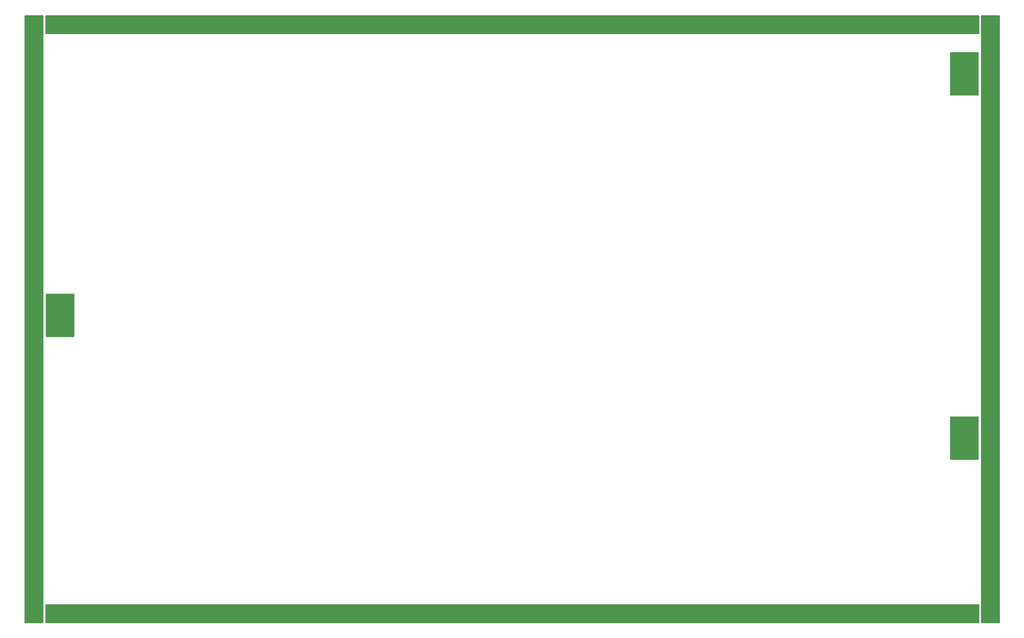
<source format=gbs>
G75*
G70*
%OFA0B0*%
%FSLAX24Y24*%
%IPPOS*%
%LPD*%
%AMOC8*
5,1,8,0,0,1.08239X$1,22.5*
%
%ADD10C,0.0100*%
D10*
X001393Y000318D02*
X002854Y000318D01*
X002854Y050707D01*
X001393Y050707D01*
X001393Y000318D01*
X001393Y000347D02*
X002854Y000347D01*
X002854Y000446D02*
X001393Y000446D01*
X001393Y000544D02*
X002854Y000544D01*
X002854Y000643D02*
X001393Y000643D01*
X001393Y000741D02*
X002854Y000741D01*
X002854Y000840D02*
X001393Y000840D01*
X001393Y000938D02*
X002854Y000938D01*
X002854Y001037D02*
X001393Y001037D01*
X001393Y001135D02*
X002854Y001135D01*
X002854Y001234D02*
X001393Y001234D01*
X001393Y001332D02*
X002854Y001332D01*
X002854Y001431D02*
X001393Y001431D01*
X001393Y001529D02*
X002854Y001529D01*
X002854Y001628D02*
X001393Y001628D01*
X001393Y001726D02*
X002854Y001726D01*
X002854Y001825D02*
X001393Y001825D01*
X001393Y001923D02*
X002854Y001923D01*
X002854Y002022D02*
X001393Y002022D01*
X001393Y002120D02*
X002854Y002120D01*
X002854Y002219D02*
X001393Y002219D01*
X001393Y002317D02*
X002854Y002317D01*
X002854Y002416D02*
X001393Y002416D01*
X001393Y002514D02*
X002854Y002514D01*
X002854Y002613D02*
X001393Y002613D01*
X001393Y002711D02*
X002854Y002711D01*
X002854Y002810D02*
X001393Y002810D01*
X001393Y002908D02*
X002854Y002908D01*
X002854Y003007D02*
X001393Y003007D01*
X001393Y003105D02*
X002854Y003105D01*
X002854Y003204D02*
X001393Y003204D01*
X001393Y003302D02*
X002854Y003302D01*
X002854Y003401D02*
X001393Y003401D01*
X001393Y003499D02*
X002854Y003499D01*
X002854Y003598D02*
X001393Y003598D01*
X001393Y003696D02*
X002854Y003696D01*
X002854Y003795D02*
X001393Y003795D01*
X001393Y003893D02*
X002854Y003893D01*
X002854Y003992D02*
X001393Y003992D01*
X001393Y004090D02*
X002854Y004090D01*
X002854Y004189D02*
X001393Y004189D01*
X001393Y004287D02*
X002854Y004287D01*
X002854Y004386D02*
X001393Y004386D01*
X001393Y004484D02*
X002854Y004484D01*
X002854Y004583D02*
X001393Y004583D01*
X001393Y004681D02*
X002854Y004681D01*
X002854Y004780D02*
X001393Y004780D01*
X001393Y004878D02*
X002854Y004878D01*
X002854Y004977D02*
X001393Y004977D01*
X001393Y005075D02*
X002854Y005075D01*
X002854Y005174D02*
X001393Y005174D01*
X001393Y005272D02*
X002854Y005272D01*
X002854Y005371D02*
X001393Y005371D01*
X001393Y005469D02*
X002854Y005469D01*
X002854Y005568D02*
X001393Y005568D01*
X001393Y005666D02*
X002854Y005666D01*
X002854Y005765D02*
X001393Y005765D01*
X001393Y005863D02*
X002854Y005863D01*
X002854Y005962D02*
X001393Y005962D01*
X001393Y006060D02*
X002854Y006060D01*
X002854Y006159D02*
X001393Y006159D01*
X001393Y006257D02*
X002854Y006257D01*
X002854Y006356D02*
X001393Y006356D01*
X001393Y006454D02*
X002854Y006454D01*
X002854Y006553D02*
X001393Y006553D01*
X001393Y006651D02*
X002854Y006651D01*
X002854Y006750D02*
X001393Y006750D01*
X001393Y006848D02*
X002854Y006848D01*
X002854Y006947D02*
X001393Y006947D01*
X001393Y007045D02*
X002854Y007045D01*
X002854Y007144D02*
X001393Y007144D01*
X001393Y007242D02*
X002854Y007242D01*
X002854Y007341D02*
X001393Y007341D01*
X001393Y007439D02*
X002854Y007439D01*
X002854Y007538D02*
X001393Y007538D01*
X001393Y007636D02*
X002854Y007636D01*
X002854Y007735D02*
X001393Y007735D01*
X001393Y007833D02*
X002854Y007833D01*
X002854Y007932D02*
X001393Y007932D01*
X001393Y008030D02*
X002854Y008030D01*
X002854Y008129D02*
X001393Y008129D01*
X001393Y008227D02*
X002854Y008227D01*
X002854Y008326D02*
X001393Y008326D01*
X001393Y008424D02*
X002854Y008424D01*
X002854Y008523D02*
X001393Y008523D01*
X001393Y008621D02*
X002854Y008621D01*
X002854Y008720D02*
X001393Y008720D01*
X001393Y008818D02*
X002854Y008818D01*
X002854Y008917D02*
X001393Y008917D01*
X001393Y009015D02*
X002854Y009015D01*
X002854Y009114D02*
X001393Y009114D01*
X001393Y009212D02*
X002854Y009212D01*
X002854Y009311D02*
X001393Y009311D01*
X001393Y009409D02*
X002854Y009409D01*
X002854Y009508D02*
X001393Y009508D01*
X001393Y009606D02*
X002854Y009606D01*
X002854Y009705D02*
X001393Y009705D01*
X001393Y009803D02*
X002854Y009803D01*
X002854Y009902D02*
X001393Y009902D01*
X001393Y010000D02*
X002854Y010000D01*
X002854Y010099D02*
X001393Y010099D01*
X001393Y010197D02*
X002854Y010197D01*
X002854Y010296D02*
X001393Y010296D01*
X001393Y010394D02*
X002854Y010394D01*
X002854Y010493D02*
X001393Y010493D01*
X001393Y010591D02*
X002854Y010591D01*
X002854Y010690D02*
X001393Y010690D01*
X001393Y010788D02*
X002854Y010788D01*
X002854Y010887D02*
X001393Y010887D01*
X001393Y010985D02*
X002854Y010985D01*
X002854Y011084D02*
X001393Y011084D01*
X001393Y011182D02*
X002854Y011182D01*
X002854Y011281D02*
X001393Y011281D01*
X001393Y011379D02*
X002854Y011379D01*
X002854Y011478D02*
X001393Y011478D01*
X001393Y011576D02*
X002854Y011576D01*
X002854Y011675D02*
X001393Y011675D01*
X001393Y011773D02*
X002854Y011773D01*
X002854Y011872D02*
X001393Y011872D01*
X001393Y011970D02*
X002854Y011970D01*
X002854Y012069D02*
X001393Y012069D01*
X001393Y012167D02*
X002854Y012167D01*
X002854Y012266D02*
X001393Y012266D01*
X001393Y012364D02*
X002854Y012364D01*
X002854Y012463D02*
X001393Y012463D01*
X001393Y012561D02*
X002854Y012561D01*
X002854Y012660D02*
X001393Y012660D01*
X001393Y012758D02*
X002854Y012758D01*
X002854Y012857D02*
X001393Y012857D01*
X001393Y012955D02*
X002854Y012955D01*
X002854Y013054D02*
X001393Y013054D01*
X001393Y013152D02*
X002854Y013152D01*
X002854Y013251D02*
X001393Y013251D01*
X001393Y013349D02*
X002854Y013349D01*
X002854Y013448D02*
X001393Y013448D01*
X001393Y013546D02*
X002854Y013546D01*
X002854Y013645D02*
X001393Y013645D01*
X001393Y013743D02*
X002854Y013743D01*
X002854Y013842D02*
X001393Y013842D01*
X001393Y013940D02*
X002854Y013940D01*
X002854Y014039D02*
X001393Y014039D01*
X001393Y014137D02*
X002854Y014137D01*
X002854Y014236D02*
X001393Y014236D01*
X001393Y014334D02*
X002854Y014334D01*
X002854Y014433D02*
X001393Y014433D01*
X001393Y014531D02*
X002854Y014531D01*
X002854Y014630D02*
X001393Y014630D01*
X001393Y014728D02*
X002854Y014728D01*
X002854Y014827D02*
X001393Y014827D01*
X001393Y014925D02*
X002854Y014925D01*
X002854Y015024D02*
X001393Y015024D01*
X001393Y015122D02*
X002854Y015122D01*
X002854Y015221D02*
X001393Y015221D01*
X001393Y015319D02*
X002854Y015319D01*
X002854Y015418D02*
X001393Y015418D01*
X001393Y015516D02*
X002854Y015516D01*
X002854Y015615D02*
X001393Y015615D01*
X001393Y015713D02*
X002854Y015713D01*
X002854Y015812D02*
X001393Y015812D01*
X001393Y015910D02*
X002854Y015910D01*
X002854Y016009D02*
X001393Y016009D01*
X001393Y016107D02*
X002854Y016107D01*
X002854Y016206D02*
X001393Y016206D01*
X001393Y016304D02*
X002854Y016304D01*
X002854Y016403D02*
X001393Y016403D01*
X001393Y016501D02*
X002854Y016501D01*
X002854Y016600D02*
X001393Y016600D01*
X001393Y016698D02*
X002854Y016698D01*
X002854Y016797D02*
X001393Y016797D01*
X001393Y016895D02*
X002854Y016895D01*
X002854Y016994D02*
X001393Y016994D01*
X001393Y017092D02*
X002854Y017092D01*
X002854Y017191D02*
X001393Y017191D01*
X001393Y017289D02*
X002854Y017289D01*
X002854Y017388D02*
X001393Y017388D01*
X001393Y017486D02*
X002854Y017486D01*
X002854Y017585D02*
X001393Y017585D01*
X001393Y017683D02*
X002854Y017683D01*
X002854Y017782D02*
X001393Y017782D01*
X001393Y017880D02*
X002854Y017880D01*
X002854Y017979D02*
X001393Y017979D01*
X001393Y018077D02*
X002854Y018077D01*
X002854Y018176D02*
X001393Y018176D01*
X001393Y018274D02*
X002854Y018274D01*
X002854Y018373D02*
X001393Y018373D01*
X001393Y018471D02*
X002854Y018471D01*
X002854Y018570D02*
X001393Y018570D01*
X001393Y018668D02*
X002854Y018668D01*
X002854Y018767D02*
X001393Y018767D01*
X001393Y018865D02*
X002854Y018865D01*
X002854Y018964D02*
X001393Y018964D01*
X001393Y019062D02*
X002854Y019062D01*
X002854Y019161D02*
X001393Y019161D01*
X001393Y019259D02*
X002854Y019259D01*
X002854Y019358D02*
X001393Y019358D01*
X001393Y019456D02*
X002854Y019456D01*
X002854Y019555D02*
X001393Y019555D01*
X001393Y019653D02*
X002854Y019653D01*
X002854Y019752D02*
X001393Y019752D01*
X001393Y019850D02*
X002854Y019850D01*
X002854Y019949D02*
X001393Y019949D01*
X001393Y020047D02*
X002854Y020047D01*
X002854Y020146D02*
X001393Y020146D01*
X001393Y020244D02*
X002854Y020244D01*
X002854Y020343D02*
X001393Y020343D01*
X001393Y020441D02*
X002854Y020441D01*
X002854Y020540D02*
X001393Y020540D01*
X001393Y020638D02*
X002854Y020638D01*
X002854Y020737D02*
X001393Y020737D01*
X001393Y020835D02*
X002854Y020835D01*
X002854Y020934D02*
X001393Y020934D01*
X001393Y021032D02*
X002854Y021032D01*
X002854Y021131D02*
X001393Y021131D01*
X001393Y021229D02*
X002854Y021229D01*
X002854Y021328D02*
X001393Y021328D01*
X001393Y021426D02*
X002854Y021426D01*
X002854Y021525D02*
X001393Y021525D01*
X001393Y021623D02*
X002854Y021623D01*
X002854Y021722D02*
X001393Y021722D01*
X001393Y021820D02*
X002854Y021820D01*
X002854Y021919D02*
X001393Y021919D01*
X001393Y022017D02*
X002854Y022017D01*
X002854Y022116D02*
X001393Y022116D01*
X001393Y022214D02*
X002854Y022214D01*
X002854Y022313D02*
X001393Y022313D01*
X001393Y022411D02*
X002854Y022411D01*
X002854Y022510D02*
X001393Y022510D01*
X001393Y022608D02*
X002854Y022608D01*
X002854Y022707D02*
X001393Y022707D01*
X001393Y022805D02*
X002854Y022805D01*
X002854Y022904D02*
X001393Y022904D01*
X001393Y023002D02*
X002854Y023002D01*
X002854Y023101D02*
X001393Y023101D01*
X001393Y023199D02*
X002854Y023199D01*
X002854Y023298D02*
X001393Y023298D01*
X001393Y023396D02*
X002854Y023396D01*
X002854Y023495D02*
X001393Y023495D01*
X001393Y023593D02*
X002854Y023593D01*
X002854Y023692D02*
X001393Y023692D01*
X001393Y023790D02*
X002854Y023790D01*
X002854Y023889D02*
X001393Y023889D01*
X001393Y023987D02*
X002854Y023987D01*
X002854Y024086D02*
X001393Y024086D01*
X001393Y024184D02*
X002854Y024184D01*
X002854Y024283D02*
X001393Y024283D01*
X001393Y024381D02*
X002854Y024381D01*
X002854Y024480D02*
X001393Y024480D01*
X001393Y024578D02*
X002854Y024578D01*
X002854Y024677D02*
X001393Y024677D01*
X001393Y024775D02*
X002854Y024775D01*
X002854Y024874D02*
X001393Y024874D01*
X001393Y024972D02*
X002854Y024972D01*
X002854Y025071D02*
X001393Y025071D01*
X001393Y025169D02*
X002854Y025169D01*
X002854Y025268D02*
X001393Y025268D01*
X001393Y025366D02*
X002854Y025366D01*
X002854Y025465D02*
X001393Y025465D01*
X001393Y025563D02*
X002854Y025563D01*
X002854Y025662D02*
X001393Y025662D01*
X001393Y025760D02*
X002854Y025760D01*
X002854Y025859D02*
X001393Y025859D01*
X001393Y025957D02*
X002854Y025957D01*
X002854Y026056D02*
X001393Y026056D01*
X001393Y026154D02*
X002854Y026154D01*
X002854Y026253D02*
X001393Y026253D01*
X001393Y026351D02*
X002854Y026351D01*
X002854Y026450D02*
X001393Y026450D01*
X001393Y026548D02*
X002854Y026548D01*
X002854Y026647D02*
X001393Y026647D01*
X001393Y026745D02*
X002854Y026745D01*
X002854Y026844D02*
X001393Y026844D01*
X001393Y026942D02*
X002854Y026942D01*
X002854Y027041D02*
X001393Y027041D01*
X001393Y027139D02*
X002854Y027139D01*
X002854Y027238D02*
X001393Y027238D01*
X001393Y027336D02*
X002854Y027336D01*
X002854Y027435D02*
X001393Y027435D01*
X001393Y027533D02*
X002854Y027533D01*
X002854Y027632D02*
X001393Y027632D01*
X001393Y027730D02*
X002854Y027730D01*
X002854Y027829D02*
X001393Y027829D01*
X001393Y027927D02*
X002854Y027927D01*
X002854Y028026D02*
X001393Y028026D01*
X001393Y028124D02*
X002854Y028124D01*
X002854Y028223D02*
X001393Y028223D01*
X001393Y028321D02*
X002854Y028321D01*
X002854Y028420D02*
X001393Y028420D01*
X001393Y028518D02*
X002854Y028518D01*
X002854Y028617D02*
X001393Y028617D01*
X001393Y028715D02*
X002854Y028715D01*
X002854Y028814D02*
X001393Y028814D01*
X001393Y028912D02*
X002854Y028912D01*
X002854Y029011D02*
X001393Y029011D01*
X001393Y029109D02*
X002854Y029109D01*
X002854Y029208D02*
X001393Y029208D01*
X001393Y029306D02*
X002854Y029306D01*
X002854Y029405D02*
X001393Y029405D01*
X001393Y029503D02*
X002854Y029503D01*
X002854Y029602D02*
X001393Y029602D01*
X001393Y029700D02*
X002854Y029700D01*
X002854Y029799D02*
X001393Y029799D01*
X001393Y029897D02*
X002854Y029897D01*
X002854Y029996D02*
X001393Y029996D01*
X001393Y030094D02*
X002854Y030094D01*
X002854Y030193D02*
X001393Y030193D01*
X001393Y030291D02*
X002854Y030291D01*
X002854Y030390D02*
X001393Y030390D01*
X001393Y030488D02*
X002854Y030488D01*
X002854Y030587D02*
X001393Y030587D01*
X001393Y030685D02*
X002854Y030685D01*
X002854Y030784D02*
X001393Y030784D01*
X001393Y030882D02*
X002854Y030882D01*
X002854Y030981D02*
X001393Y030981D01*
X001393Y031079D02*
X002854Y031079D01*
X002854Y031178D02*
X001393Y031178D01*
X001393Y031276D02*
X002854Y031276D01*
X002854Y031375D02*
X001393Y031375D01*
X001393Y031473D02*
X002854Y031473D01*
X002854Y031572D02*
X001393Y031572D01*
X001393Y031670D02*
X002854Y031670D01*
X002854Y031769D02*
X001393Y031769D01*
X001393Y031867D02*
X002854Y031867D01*
X002854Y031966D02*
X001393Y031966D01*
X001393Y032064D02*
X002854Y032064D01*
X002854Y032163D02*
X001393Y032163D01*
X001393Y032261D02*
X002854Y032261D01*
X002854Y032360D02*
X001393Y032360D01*
X001393Y032458D02*
X002854Y032458D01*
X002854Y032557D02*
X001393Y032557D01*
X001393Y032655D02*
X002854Y032655D01*
X002854Y032754D02*
X001393Y032754D01*
X001393Y032852D02*
X002854Y032852D01*
X002854Y032951D02*
X001393Y032951D01*
X001393Y033049D02*
X002854Y033049D01*
X002854Y033148D02*
X001393Y033148D01*
X001393Y033246D02*
X002854Y033246D01*
X002854Y033345D02*
X001393Y033345D01*
X001393Y033443D02*
X002854Y033443D01*
X002854Y033542D02*
X001393Y033542D01*
X001393Y033640D02*
X002854Y033640D01*
X002854Y033739D02*
X001393Y033739D01*
X001393Y033837D02*
X002854Y033837D01*
X002854Y033936D02*
X001393Y033936D01*
X001393Y034034D02*
X002854Y034034D01*
X002854Y034133D02*
X001393Y034133D01*
X001393Y034231D02*
X002854Y034231D01*
X002854Y034330D02*
X001393Y034330D01*
X001393Y034428D02*
X002854Y034428D01*
X002854Y034527D02*
X001393Y034527D01*
X001393Y034625D02*
X002854Y034625D01*
X002854Y034724D02*
X001393Y034724D01*
X001393Y034822D02*
X002854Y034822D01*
X002854Y034921D02*
X001393Y034921D01*
X001393Y035019D02*
X002854Y035019D01*
X002854Y035118D02*
X001393Y035118D01*
X001393Y035216D02*
X002854Y035216D01*
X002854Y035315D02*
X001393Y035315D01*
X001393Y035413D02*
X002854Y035413D01*
X002854Y035512D02*
X001393Y035512D01*
X001393Y035610D02*
X002854Y035610D01*
X002854Y035709D02*
X001393Y035709D01*
X001393Y035807D02*
X002854Y035807D01*
X002854Y035906D02*
X001393Y035906D01*
X001393Y036004D02*
X002854Y036004D01*
X002854Y036103D02*
X001393Y036103D01*
X001393Y036201D02*
X002854Y036201D01*
X002854Y036300D02*
X001393Y036300D01*
X001393Y036398D02*
X002854Y036398D01*
X002854Y036497D02*
X001393Y036497D01*
X001393Y036595D02*
X002854Y036595D01*
X002854Y036694D02*
X001393Y036694D01*
X001393Y036792D02*
X002854Y036792D01*
X002854Y036891D02*
X001393Y036891D01*
X001393Y036989D02*
X002854Y036989D01*
X002854Y037088D02*
X001393Y037088D01*
X001393Y037186D02*
X002854Y037186D01*
X002854Y037285D02*
X001393Y037285D01*
X001393Y037383D02*
X002854Y037383D01*
X002854Y037482D02*
X001393Y037482D01*
X001393Y037580D02*
X002854Y037580D01*
X002854Y037679D02*
X001393Y037679D01*
X001393Y037777D02*
X002854Y037777D01*
X002854Y037876D02*
X001393Y037876D01*
X001393Y037974D02*
X002854Y037974D01*
X002854Y038073D02*
X001393Y038073D01*
X001393Y038171D02*
X002854Y038171D01*
X002854Y038270D02*
X001393Y038270D01*
X001393Y038368D02*
X002854Y038368D01*
X002854Y038467D02*
X001393Y038467D01*
X001393Y038565D02*
X002854Y038565D01*
X002854Y038664D02*
X001393Y038664D01*
X001393Y038762D02*
X002854Y038762D01*
X002854Y038861D02*
X001393Y038861D01*
X001393Y038959D02*
X002854Y038959D01*
X002854Y039058D02*
X001393Y039058D01*
X001393Y039156D02*
X002854Y039156D01*
X002854Y039255D02*
X001393Y039255D01*
X001393Y039353D02*
X002854Y039353D01*
X002854Y039452D02*
X001393Y039452D01*
X001393Y039550D02*
X002854Y039550D01*
X002854Y039649D02*
X001393Y039649D01*
X001393Y039747D02*
X002854Y039747D01*
X002854Y039846D02*
X001393Y039846D01*
X001393Y039944D02*
X002854Y039944D01*
X002854Y040043D02*
X001393Y040043D01*
X001393Y040141D02*
X002854Y040141D01*
X002854Y040240D02*
X001393Y040240D01*
X001393Y040338D02*
X002854Y040338D01*
X002854Y040437D02*
X001393Y040437D01*
X001393Y040535D02*
X002854Y040535D01*
X002854Y040634D02*
X001393Y040634D01*
X001393Y040732D02*
X002854Y040732D01*
X002854Y040831D02*
X001393Y040831D01*
X001393Y040929D02*
X002854Y040929D01*
X002854Y041028D02*
X001393Y041028D01*
X001393Y041126D02*
X002854Y041126D01*
X002854Y041225D02*
X001393Y041225D01*
X001393Y041323D02*
X002854Y041323D01*
X002854Y041422D02*
X001393Y041422D01*
X001393Y041520D02*
X002854Y041520D01*
X002854Y041619D02*
X001393Y041619D01*
X001393Y041717D02*
X002854Y041717D01*
X002854Y041816D02*
X001393Y041816D01*
X001393Y041914D02*
X002854Y041914D01*
X002854Y042013D02*
X001393Y042013D01*
X001393Y042111D02*
X002854Y042111D01*
X002854Y042210D02*
X001393Y042210D01*
X001393Y042308D02*
X002854Y042308D01*
X002854Y042407D02*
X001393Y042407D01*
X001393Y042505D02*
X002854Y042505D01*
X002854Y042604D02*
X001393Y042604D01*
X001393Y042702D02*
X002854Y042702D01*
X002854Y042801D02*
X001393Y042801D01*
X001393Y042899D02*
X002854Y042899D01*
X002854Y042998D02*
X001393Y042998D01*
X001393Y043096D02*
X002854Y043096D01*
X002854Y043195D02*
X001393Y043195D01*
X001393Y043293D02*
X002854Y043293D01*
X002854Y043392D02*
X001393Y043392D01*
X001393Y043490D02*
X002854Y043490D01*
X002854Y043589D02*
X001393Y043589D01*
X001393Y043687D02*
X002854Y043687D01*
X002854Y043786D02*
X001393Y043786D01*
X001393Y043884D02*
X002854Y043884D01*
X002854Y043983D02*
X001393Y043983D01*
X001393Y044081D02*
X002854Y044081D01*
X002854Y044180D02*
X001393Y044180D01*
X001393Y044278D02*
X002854Y044278D01*
X002854Y044377D02*
X001393Y044377D01*
X001393Y044475D02*
X002854Y044475D01*
X002854Y044574D02*
X001393Y044574D01*
X001393Y044672D02*
X002854Y044672D01*
X002854Y044771D02*
X001393Y044771D01*
X001393Y044869D02*
X002854Y044869D01*
X002854Y044968D02*
X001393Y044968D01*
X001393Y045066D02*
X002854Y045066D01*
X002854Y045165D02*
X001393Y045165D01*
X001393Y045263D02*
X002854Y045263D01*
X002854Y045362D02*
X001393Y045362D01*
X001393Y045460D02*
X002854Y045460D01*
X002854Y045559D02*
X001393Y045559D01*
X001393Y045657D02*
X002854Y045657D01*
X002854Y045756D02*
X001393Y045756D01*
X001393Y045854D02*
X002854Y045854D01*
X002854Y045953D02*
X001393Y045953D01*
X001393Y046051D02*
X002854Y046051D01*
X002854Y046150D02*
X001393Y046150D01*
X001393Y046248D02*
X002854Y046248D01*
X002854Y046347D02*
X001393Y046347D01*
X001393Y046445D02*
X002854Y046445D01*
X002854Y046544D02*
X001393Y046544D01*
X001393Y046642D02*
X002854Y046642D01*
X002854Y046741D02*
X001393Y046741D01*
X001393Y046839D02*
X002854Y046839D01*
X002854Y046938D02*
X001393Y046938D01*
X001393Y047036D02*
X002854Y047036D01*
X002854Y047135D02*
X001393Y047135D01*
X001393Y047233D02*
X002854Y047233D01*
X002854Y047332D02*
X001393Y047332D01*
X001393Y047430D02*
X002854Y047430D01*
X002854Y047529D02*
X001393Y047529D01*
X001393Y047627D02*
X002854Y047627D01*
X002854Y047726D02*
X001393Y047726D01*
X001393Y047824D02*
X002854Y047824D01*
X002854Y047923D02*
X001393Y047923D01*
X001393Y048021D02*
X002854Y048021D01*
X002854Y048120D02*
X001393Y048120D01*
X001393Y048218D02*
X002854Y048218D01*
X002854Y048317D02*
X001393Y048317D01*
X001393Y048415D02*
X002854Y048415D01*
X002854Y048514D02*
X001393Y048514D01*
X001393Y048612D02*
X002854Y048612D01*
X002854Y048711D02*
X001393Y048711D01*
X001393Y048809D02*
X002854Y048809D01*
X002854Y048908D02*
X001393Y048908D01*
X001393Y049006D02*
X002854Y049006D01*
X002854Y049105D02*
X001393Y049105D01*
X001393Y049203D02*
X002854Y049203D01*
X002854Y049302D02*
X001393Y049302D01*
X001393Y049400D02*
X002854Y049400D01*
X002854Y049499D02*
X001393Y049499D01*
X001393Y049597D02*
X002854Y049597D01*
X002854Y049696D02*
X001393Y049696D01*
X001393Y049794D02*
X002854Y049794D01*
X002854Y049893D02*
X001393Y049893D01*
X001393Y049991D02*
X002854Y049991D01*
X002854Y050090D02*
X001393Y050090D01*
X001393Y050188D02*
X002854Y050188D01*
X002854Y050287D02*
X001393Y050287D01*
X001393Y050385D02*
X002854Y050385D01*
X002854Y050484D02*
X001393Y050484D01*
X001393Y050582D02*
X002854Y050582D01*
X002854Y050681D02*
X001393Y050681D01*
X003104Y050681D02*
X080471Y050681D01*
X080471Y050707D02*
X080471Y049246D01*
X003104Y049246D01*
X003104Y050707D01*
X080471Y050707D01*
X080471Y050582D02*
X003104Y050582D01*
X003104Y050484D02*
X080471Y050484D01*
X080471Y050385D02*
X003104Y050385D01*
X003104Y050287D02*
X080471Y050287D01*
X080471Y050188D02*
X003104Y050188D01*
X003104Y050090D02*
X080471Y050090D01*
X080471Y049991D02*
X003104Y049991D01*
X003104Y049893D02*
X080471Y049893D01*
X080471Y049794D02*
X003104Y049794D01*
X003104Y049696D02*
X080471Y049696D01*
X080471Y049597D02*
X003104Y049597D01*
X003104Y049499D02*
X080471Y049499D01*
X080471Y049400D02*
X003104Y049400D01*
X003104Y049302D02*
X080471Y049302D01*
X080721Y049302D02*
X082182Y049302D01*
X082182Y049400D02*
X080721Y049400D01*
X080721Y049499D02*
X082182Y049499D01*
X082182Y049597D02*
X080721Y049597D01*
X080721Y049696D02*
X082182Y049696D01*
X082182Y049794D02*
X080721Y049794D01*
X080721Y049893D02*
X082182Y049893D01*
X082182Y049991D02*
X080721Y049991D01*
X080721Y050090D02*
X082182Y050090D01*
X082182Y050188D02*
X080721Y050188D01*
X080721Y050287D02*
X082182Y050287D01*
X082182Y050385D02*
X080721Y050385D01*
X080721Y050484D02*
X082182Y050484D01*
X082182Y050582D02*
X080721Y050582D01*
X080721Y050681D02*
X082182Y050681D01*
X082182Y050707D02*
X082182Y000318D01*
X080721Y000318D01*
X080721Y050707D01*
X082182Y050707D01*
X082182Y049203D02*
X080721Y049203D01*
X080721Y049105D02*
X082182Y049105D01*
X082182Y049006D02*
X080721Y049006D01*
X080721Y048908D02*
X082182Y048908D01*
X082182Y048809D02*
X080721Y048809D01*
X080721Y048711D02*
X082182Y048711D01*
X082182Y048612D02*
X080721Y048612D01*
X080721Y048514D02*
X082182Y048514D01*
X082182Y048415D02*
X080721Y048415D01*
X080721Y048317D02*
X082182Y048317D01*
X082182Y048218D02*
X080721Y048218D01*
X080721Y048120D02*
X082182Y048120D01*
X082182Y048021D02*
X080721Y048021D01*
X080721Y047923D02*
X082182Y047923D01*
X082182Y047824D02*
X080721Y047824D01*
X080721Y047726D02*
X082182Y047726D01*
X082182Y047627D02*
X080721Y047627D01*
X080721Y047529D02*
X082182Y047529D01*
X082182Y047430D02*
X080721Y047430D01*
X080721Y047332D02*
X082182Y047332D01*
X082182Y047233D02*
X080721Y047233D01*
X080721Y047135D02*
X082182Y047135D01*
X082182Y047036D02*
X080721Y047036D01*
X080721Y046938D02*
X082182Y046938D01*
X082182Y046839D02*
X080721Y046839D01*
X080721Y046741D02*
X082182Y046741D01*
X082182Y046642D02*
X080721Y046642D01*
X080721Y046544D02*
X082182Y046544D01*
X082182Y046445D02*
X080721Y046445D01*
X080721Y046347D02*
X082182Y046347D01*
X082182Y046248D02*
X080721Y046248D01*
X080721Y046150D02*
X082182Y046150D01*
X082182Y046051D02*
X080721Y046051D01*
X080721Y045953D02*
X082182Y045953D01*
X082182Y045854D02*
X080721Y045854D01*
X080721Y045756D02*
X082182Y045756D01*
X082182Y045657D02*
X080721Y045657D01*
X080721Y045559D02*
X082182Y045559D01*
X082182Y045460D02*
X080721Y045460D01*
X080721Y045362D02*
X082182Y045362D01*
X082182Y045263D02*
X080721Y045263D01*
X080721Y045165D02*
X082182Y045165D01*
X082182Y045066D02*
X080721Y045066D01*
X080721Y044968D02*
X082182Y044968D01*
X082182Y044869D02*
X080721Y044869D01*
X080721Y044771D02*
X082182Y044771D01*
X082182Y044672D02*
X080721Y044672D01*
X080721Y044574D02*
X082182Y044574D01*
X082182Y044475D02*
X080721Y044475D01*
X080721Y044377D02*
X082182Y044377D01*
X082182Y044278D02*
X080721Y044278D01*
X080721Y044180D02*
X082182Y044180D01*
X082182Y044081D02*
X080721Y044081D01*
X080721Y043983D02*
X082182Y043983D01*
X082182Y043884D02*
X080721Y043884D01*
X080721Y043786D02*
X082182Y043786D01*
X082182Y043687D02*
X080721Y043687D01*
X080721Y043589D02*
X082182Y043589D01*
X082182Y043490D02*
X080721Y043490D01*
X080721Y043392D02*
X082182Y043392D01*
X082182Y043293D02*
X080721Y043293D01*
X080721Y043195D02*
X082182Y043195D01*
X082182Y043096D02*
X080721Y043096D01*
X080721Y042998D02*
X082182Y042998D01*
X082182Y042899D02*
X080721Y042899D01*
X080721Y042801D02*
X082182Y042801D01*
X082182Y042702D02*
X080721Y042702D01*
X080721Y042604D02*
X082182Y042604D01*
X082182Y042505D02*
X080721Y042505D01*
X080721Y042407D02*
X082182Y042407D01*
X082182Y042308D02*
X080721Y042308D01*
X080721Y042210D02*
X082182Y042210D01*
X082182Y042111D02*
X080721Y042111D01*
X080721Y042013D02*
X082182Y042013D01*
X082182Y041914D02*
X080721Y041914D01*
X080721Y041816D02*
X082182Y041816D01*
X082182Y041717D02*
X080721Y041717D01*
X080721Y041619D02*
X082182Y041619D01*
X082182Y041520D02*
X080721Y041520D01*
X080721Y041422D02*
X082182Y041422D01*
X082182Y041323D02*
X080721Y041323D01*
X080721Y041225D02*
X082182Y041225D01*
X082182Y041126D02*
X080721Y041126D01*
X080721Y041028D02*
X082182Y041028D01*
X082182Y040929D02*
X080721Y040929D01*
X080721Y040831D02*
X082182Y040831D01*
X082182Y040732D02*
X080721Y040732D01*
X080721Y040634D02*
X082182Y040634D01*
X082182Y040535D02*
X080721Y040535D01*
X080721Y040437D02*
X082182Y040437D01*
X082182Y040338D02*
X080721Y040338D01*
X080721Y040240D02*
X082182Y040240D01*
X082182Y040141D02*
X080721Y040141D01*
X080721Y040043D02*
X082182Y040043D01*
X082182Y039944D02*
X080721Y039944D01*
X080721Y039846D02*
X082182Y039846D01*
X082182Y039747D02*
X080721Y039747D01*
X080721Y039649D02*
X082182Y039649D01*
X082182Y039550D02*
X080721Y039550D01*
X080721Y039452D02*
X082182Y039452D01*
X082182Y039353D02*
X080721Y039353D01*
X080721Y039255D02*
X082182Y039255D01*
X082182Y039156D02*
X080721Y039156D01*
X080721Y039058D02*
X082182Y039058D01*
X082182Y038959D02*
X080721Y038959D01*
X080721Y038861D02*
X082182Y038861D01*
X082182Y038762D02*
X080721Y038762D01*
X080721Y038664D02*
X082182Y038664D01*
X082182Y038565D02*
X080721Y038565D01*
X080721Y038467D02*
X082182Y038467D01*
X082182Y038368D02*
X080721Y038368D01*
X080721Y038270D02*
X082182Y038270D01*
X082182Y038171D02*
X080721Y038171D01*
X080721Y038073D02*
X082182Y038073D01*
X082182Y037974D02*
X080721Y037974D01*
X080721Y037876D02*
X082182Y037876D01*
X082182Y037777D02*
X080721Y037777D01*
X080721Y037679D02*
X082182Y037679D01*
X082182Y037580D02*
X080721Y037580D01*
X080721Y037482D02*
X082182Y037482D01*
X082182Y037383D02*
X080721Y037383D01*
X080721Y037285D02*
X082182Y037285D01*
X082182Y037186D02*
X080721Y037186D01*
X080721Y037088D02*
X082182Y037088D01*
X082182Y036989D02*
X080721Y036989D01*
X080721Y036891D02*
X082182Y036891D01*
X082182Y036792D02*
X080721Y036792D01*
X080721Y036694D02*
X082182Y036694D01*
X082182Y036595D02*
X080721Y036595D01*
X080721Y036497D02*
X082182Y036497D01*
X082182Y036398D02*
X080721Y036398D01*
X080721Y036300D02*
X082182Y036300D01*
X082182Y036201D02*
X080721Y036201D01*
X080721Y036103D02*
X082182Y036103D01*
X082182Y036004D02*
X080721Y036004D01*
X080721Y035906D02*
X082182Y035906D01*
X082182Y035807D02*
X080721Y035807D01*
X080721Y035709D02*
X082182Y035709D01*
X082182Y035610D02*
X080721Y035610D01*
X080721Y035512D02*
X082182Y035512D01*
X082182Y035413D02*
X080721Y035413D01*
X080721Y035315D02*
X082182Y035315D01*
X082182Y035216D02*
X080721Y035216D01*
X080721Y035118D02*
X082182Y035118D01*
X082182Y035019D02*
X080721Y035019D01*
X080721Y034921D02*
X082182Y034921D01*
X082182Y034822D02*
X080721Y034822D01*
X080721Y034724D02*
X082182Y034724D01*
X082182Y034625D02*
X080721Y034625D01*
X080721Y034527D02*
X082182Y034527D01*
X082182Y034428D02*
X080721Y034428D01*
X080721Y034330D02*
X082182Y034330D01*
X082182Y034231D02*
X080721Y034231D01*
X080721Y034133D02*
X082182Y034133D01*
X082182Y034034D02*
X080721Y034034D01*
X080721Y033936D02*
X082182Y033936D01*
X082182Y033837D02*
X080721Y033837D01*
X080721Y033739D02*
X082182Y033739D01*
X082182Y033640D02*
X080721Y033640D01*
X080721Y033542D02*
X082182Y033542D01*
X082182Y033443D02*
X080721Y033443D01*
X080721Y033345D02*
X082182Y033345D01*
X082182Y033246D02*
X080721Y033246D01*
X080721Y033148D02*
X082182Y033148D01*
X082182Y033049D02*
X080721Y033049D01*
X080721Y032951D02*
X082182Y032951D01*
X082182Y032852D02*
X080721Y032852D01*
X080721Y032754D02*
X082182Y032754D01*
X082182Y032655D02*
X080721Y032655D01*
X080721Y032557D02*
X082182Y032557D01*
X082182Y032458D02*
X080721Y032458D01*
X080721Y032360D02*
X082182Y032360D01*
X082182Y032261D02*
X080721Y032261D01*
X080721Y032163D02*
X082182Y032163D01*
X082182Y032064D02*
X080721Y032064D01*
X080721Y031966D02*
X082182Y031966D01*
X082182Y031867D02*
X080721Y031867D01*
X080721Y031769D02*
X082182Y031769D01*
X082182Y031670D02*
X080721Y031670D01*
X080721Y031572D02*
X082182Y031572D01*
X082182Y031473D02*
X080721Y031473D01*
X080721Y031375D02*
X082182Y031375D01*
X082182Y031276D02*
X080721Y031276D01*
X080721Y031178D02*
X082182Y031178D01*
X082182Y031079D02*
X080721Y031079D01*
X080721Y030981D02*
X082182Y030981D01*
X082182Y030882D02*
X080721Y030882D01*
X080721Y030784D02*
X082182Y030784D01*
X082182Y030685D02*
X080721Y030685D01*
X080721Y030587D02*
X082182Y030587D01*
X082182Y030488D02*
X080721Y030488D01*
X080721Y030390D02*
X082182Y030390D01*
X082182Y030291D02*
X080721Y030291D01*
X080721Y030193D02*
X082182Y030193D01*
X082182Y030094D02*
X080721Y030094D01*
X080721Y029996D02*
X082182Y029996D01*
X082182Y029897D02*
X080721Y029897D01*
X080721Y029799D02*
X082182Y029799D01*
X082182Y029700D02*
X080721Y029700D01*
X080721Y029602D02*
X082182Y029602D01*
X082182Y029503D02*
X080721Y029503D01*
X080721Y029405D02*
X082182Y029405D01*
X082182Y029306D02*
X080721Y029306D01*
X080721Y029208D02*
X082182Y029208D01*
X082182Y029109D02*
X080721Y029109D01*
X080721Y029011D02*
X082182Y029011D01*
X082182Y028912D02*
X080721Y028912D01*
X080721Y028814D02*
X082182Y028814D01*
X082182Y028715D02*
X080721Y028715D01*
X080721Y028617D02*
X082182Y028617D01*
X082182Y028518D02*
X080721Y028518D01*
X080721Y028420D02*
X082182Y028420D01*
X082182Y028321D02*
X080721Y028321D01*
X080721Y028223D02*
X082182Y028223D01*
X082182Y028124D02*
X080721Y028124D01*
X080721Y028026D02*
X082182Y028026D01*
X082182Y027927D02*
X080721Y027927D01*
X080721Y027829D02*
X082182Y027829D01*
X082182Y027730D02*
X080721Y027730D01*
X080721Y027632D02*
X082182Y027632D01*
X082182Y027533D02*
X080721Y027533D01*
X080721Y027435D02*
X082182Y027435D01*
X082182Y027336D02*
X080721Y027336D01*
X080721Y027238D02*
X082182Y027238D01*
X082182Y027139D02*
X080721Y027139D01*
X080721Y027041D02*
X082182Y027041D01*
X082182Y026942D02*
X080721Y026942D01*
X080721Y026844D02*
X082182Y026844D01*
X082182Y026745D02*
X080721Y026745D01*
X080721Y026647D02*
X082182Y026647D01*
X082182Y026548D02*
X080721Y026548D01*
X080721Y026450D02*
X082182Y026450D01*
X082182Y026351D02*
X080721Y026351D01*
X080721Y026253D02*
X082182Y026253D01*
X082182Y026154D02*
X080721Y026154D01*
X080721Y026056D02*
X082182Y026056D01*
X082182Y025957D02*
X080721Y025957D01*
X080721Y025859D02*
X082182Y025859D01*
X082182Y025760D02*
X080721Y025760D01*
X080721Y025662D02*
X082182Y025662D01*
X082182Y025563D02*
X080721Y025563D01*
X080721Y025465D02*
X082182Y025465D01*
X082182Y025366D02*
X080721Y025366D01*
X080721Y025268D02*
X082182Y025268D01*
X082182Y025169D02*
X080721Y025169D01*
X080721Y025071D02*
X082182Y025071D01*
X082182Y024972D02*
X080721Y024972D01*
X080721Y024874D02*
X082182Y024874D01*
X082182Y024775D02*
X080721Y024775D01*
X080721Y024677D02*
X082182Y024677D01*
X082182Y024578D02*
X080721Y024578D01*
X080721Y024480D02*
X082182Y024480D01*
X082182Y024381D02*
X080721Y024381D01*
X080721Y024283D02*
X082182Y024283D01*
X082182Y024184D02*
X080721Y024184D01*
X080721Y024086D02*
X082182Y024086D01*
X082182Y023987D02*
X080721Y023987D01*
X080721Y023889D02*
X082182Y023889D01*
X082182Y023790D02*
X080721Y023790D01*
X080721Y023692D02*
X082182Y023692D01*
X082182Y023593D02*
X080721Y023593D01*
X080721Y023495D02*
X082182Y023495D01*
X082182Y023396D02*
X080721Y023396D01*
X080721Y023298D02*
X082182Y023298D01*
X082182Y023199D02*
X080721Y023199D01*
X080721Y023101D02*
X082182Y023101D01*
X082182Y023002D02*
X080721Y023002D01*
X080721Y022904D02*
X082182Y022904D01*
X082182Y022805D02*
X080721Y022805D01*
X080721Y022707D02*
X082182Y022707D01*
X082182Y022608D02*
X080721Y022608D01*
X080721Y022510D02*
X082182Y022510D01*
X082182Y022411D02*
X080721Y022411D01*
X080721Y022313D02*
X082182Y022313D01*
X082182Y022214D02*
X080721Y022214D01*
X080721Y022116D02*
X082182Y022116D01*
X082182Y022017D02*
X080721Y022017D01*
X080721Y021919D02*
X082182Y021919D01*
X082182Y021820D02*
X080721Y021820D01*
X080721Y021722D02*
X082182Y021722D01*
X082182Y021623D02*
X080721Y021623D01*
X080721Y021525D02*
X082182Y021525D01*
X082182Y021426D02*
X080721Y021426D01*
X080721Y021328D02*
X082182Y021328D01*
X082182Y021229D02*
X080721Y021229D01*
X080721Y021131D02*
X082182Y021131D01*
X082182Y021032D02*
X080721Y021032D01*
X080721Y020934D02*
X082182Y020934D01*
X082182Y020835D02*
X080721Y020835D01*
X080721Y020737D02*
X082182Y020737D01*
X082182Y020638D02*
X080721Y020638D01*
X080721Y020540D02*
X082182Y020540D01*
X082182Y020441D02*
X080721Y020441D01*
X080721Y020343D02*
X082182Y020343D01*
X082182Y020244D02*
X080721Y020244D01*
X080721Y020146D02*
X082182Y020146D01*
X082182Y020047D02*
X080721Y020047D01*
X080721Y019949D02*
X082182Y019949D01*
X082182Y019850D02*
X080721Y019850D01*
X080721Y019752D02*
X082182Y019752D01*
X082182Y019653D02*
X080721Y019653D01*
X080721Y019555D02*
X082182Y019555D01*
X082182Y019456D02*
X080721Y019456D01*
X080721Y019358D02*
X082182Y019358D01*
X082182Y019259D02*
X080721Y019259D01*
X080721Y019161D02*
X082182Y019161D01*
X082182Y019062D02*
X080721Y019062D01*
X080721Y018964D02*
X082182Y018964D01*
X082182Y018865D02*
X080721Y018865D01*
X080721Y018767D02*
X082182Y018767D01*
X082182Y018668D02*
X080721Y018668D01*
X080721Y018570D02*
X082182Y018570D01*
X082182Y018471D02*
X080721Y018471D01*
X080721Y018373D02*
X082182Y018373D01*
X082182Y018274D02*
X080721Y018274D01*
X080721Y018176D02*
X082182Y018176D01*
X082182Y018077D02*
X080721Y018077D01*
X080721Y017979D02*
X082182Y017979D01*
X082182Y017880D02*
X080721Y017880D01*
X080721Y017782D02*
X082182Y017782D01*
X082182Y017683D02*
X080721Y017683D01*
X080721Y017585D02*
X082182Y017585D01*
X082182Y017486D02*
X080721Y017486D01*
X080721Y017388D02*
X082182Y017388D01*
X082182Y017289D02*
X080721Y017289D01*
X080721Y017191D02*
X082182Y017191D01*
X082182Y017092D02*
X080721Y017092D01*
X080721Y016994D02*
X082182Y016994D01*
X082182Y016895D02*
X080721Y016895D01*
X080721Y016797D02*
X082182Y016797D01*
X082182Y016698D02*
X080721Y016698D01*
X080721Y016600D02*
X082182Y016600D01*
X082182Y016501D02*
X080721Y016501D01*
X080721Y016403D02*
X082182Y016403D01*
X082182Y016304D02*
X080721Y016304D01*
X080721Y016206D02*
X082182Y016206D01*
X082182Y016107D02*
X080721Y016107D01*
X080721Y016009D02*
X082182Y016009D01*
X082182Y015910D02*
X080721Y015910D01*
X080721Y015812D02*
X082182Y015812D01*
X082182Y015713D02*
X080721Y015713D01*
X080721Y015615D02*
X082182Y015615D01*
X082182Y015516D02*
X080721Y015516D01*
X080721Y015418D02*
X082182Y015418D01*
X082182Y015319D02*
X080721Y015319D01*
X080721Y015221D02*
X082182Y015221D01*
X082182Y015122D02*
X080721Y015122D01*
X080721Y015024D02*
X082182Y015024D01*
X082182Y014925D02*
X080721Y014925D01*
X080721Y014827D02*
X082182Y014827D01*
X082182Y014728D02*
X080721Y014728D01*
X080721Y014630D02*
X082182Y014630D01*
X082182Y014531D02*
X080721Y014531D01*
X080721Y014433D02*
X082182Y014433D01*
X082182Y014334D02*
X080721Y014334D01*
X080721Y014236D02*
X082182Y014236D01*
X082182Y014137D02*
X080721Y014137D01*
X080721Y014039D02*
X082182Y014039D01*
X082182Y013940D02*
X080721Y013940D01*
X080721Y013842D02*
X082182Y013842D01*
X082182Y013743D02*
X080721Y013743D01*
X080721Y013645D02*
X082182Y013645D01*
X082182Y013546D02*
X080721Y013546D01*
X080721Y013448D02*
X082182Y013448D01*
X082182Y013349D02*
X080721Y013349D01*
X080721Y013251D02*
X082182Y013251D01*
X082182Y013152D02*
X080721Y013152D01*
X080721Y013054D02*
X082182Y013054D01*
X082182Y012955D02*
X080721Y012955D01*
X080721Y012857D02*
X082182Y012857D01*
X082182Y012758D02*
X080721Y012758D01*
X080721Y012660D02*
X082182Y012660D01*
X082182Y012561D02*
X080721Y012561D01*
X080721Y012463D02*
X082182Y012463D01*
X082182Y012364D02*
X080721Y012364D01*
X080721Y012266D02*
X082182Y012266D01*
X082182Y012167D02*
X080721Y012167D01*
X080721Y012069D02*
X082182Y012069D01*
X082182Y011970D02*
X080721Y011970D01*
X080721Y011872D02*
X082182Y011872D01*
X082182Y011773D02*
X080721Y011773D01*
X080721Y011675D02*
X082182Y011675D01*
X082182Y011576D02*
X080721Y011576D01*
X080721Y011478D02*
X082182Y011478D01*
X082182Y011379D02*
X080721Y011379D01*
X080721Y011281D02*
X082182Y011281D01*
X082182Y011182D02*
X080721Y011182D01*
X080721Y011084D02*
X082182Y011084D01*
X082182Y010985D02*
X080721Y010985D01*
X080721Y010887D02*
X082182Y010887D01*
X082182Y010788D02*
X080721Y010788D01*
X080721Y010690D02*
X082182Y010690D01*
X082182Y010591D02*
X080721Y010591D01*
X080721Y010493D02*
X082182Y010493D01*
X082182Y010394D02*
X080721Y010394D01*
X080721Y010296D02*
X082182Y010296D01*
X082182Y010197D02*
X080721Y010197D01*
X080721Y010099D02*
X082182Y010099D01*
X082182Y010000D02*
X080721Y010000D01*
X080721Y009902D02*
X082182Y009902D01*
X082182Y009803D02*
X080721Y009803D01*
X080721Y009705D02*
X082182Y009705D01*
X082182Y009606D02*
X080721Y009606D01*
X080721Y009508D02*
X082182Y009508D01*
X082182Y009409D02*
X080721Y009409D01*
X080721Y009311D02*
X082182Y009311D01*
X082182Y009212D02*
X080721Y009212D01*
X080721Y009114D02*
X082182Y009114D01*
X082182Y009015D02*
X080721Y009015D01*
X080721Y008917D02*
X082182Y008917D01*
X082182Y008818D02*
X080721Y008818D01*
X080721Y008720D02*
X082182Y008720D01*
X082182Y008621D02*
X080721Y008621D01*
X080721Y008523D02*
X082182Y008523D01*
X082182Y008424D02*
X080721Y008424D01*
X080721Y008326D02*
X082182Y008326D01*
X082182Y008227D02*
X080721Y008227D01*
X080721Y008129D02*
X082182Y008129D01*
X082182Y008030D02*
X080721Y008030D01*
X080721Y007932D02*
X082182Y007932D01*
X082182Y007833D02*
X080721Y007833D01*
X080721Y007735D02*
X082182Y007735D01*
X082182Y007636D02*
X080721Y007636D01*
X080721Y007538D02*
X082182Y007538D01*
X082182Y007439D02*
X080721Y007439D01*
X080721Y007341D02*
X082182Y007341D01*
X082182Y007242D02*
X080721Y007242D01*
X080721Y007144D02*
X082182Y007144D01*
X082182Y007045D02*
X080721Y007045D01*
X080721Y006947D02*
X082182Y006947D01*
X082182Y006848D02*
X080721Y006848D01*
X080721Y006750D02*
X082182Y006750D01*
X082182Y006651D02*
X080721Y006651D01*
X080721Y006553D02*
X082182Y006553D01*
X082182Y006454D02*
X080721Y006454D01*
X080721Y006356D02*
X082182Y006356D01*
X082182Y006257D02*
X080721Y006257D01*
X080721Y006159D02*
X082182Y006159D01*
X082182Y006060D02*
X080721Y006060D01*
X080721Y005962D02*
X082182Y005962D01*
X082182Y005863D02*
X080721Y005863D01*
X080721Y005765D02*
X082182Y005765D01*
X082182Y005666D02*
X080721Y005666D01*
X080721Y005568D02*
X082182Y005568D01*
X082182Y005469D02*
X080721Y005469D01*
X080721Y005371D02*
X082182Y005371D01*
X082182Y005272D02*
X080721Y005272D01*
X080721Y005174D02*
X082182Y005174D01*
X082182Y005075D02*
X080721Y005075D01*
X080721Y004977D02*
X082182Y004977D01*
X082182Y004878D02*
X080721Y004878D01*
X080721Y004780D02*
X082182Y004780D01*
X082182Y004681D02*
X080721Y004681D01*
X080721Y004583D02*
X082182Y004583D01*
X082182Y004484D02*
X080721Y004484D01*
X080721Y004386D02*
X082182Y004386D01*
X082182Y004287D02*
X080721Y004287D01*
X080721Y004189D02*
X082182Y004189D01*
X082182Y004090D02*
X080721Y004090D01*
X080721Y003992D02*
X082182Y003992D01*
X082182Y003893D02*
X080721Y003893D01*
X080721Y003795D02*
X082182Y003795D01*
X082182Y003696D02*
X080721Y003696D01*
X080721Y003598D02*
X082182Y003598D01*
X082182Y003499D02*
X080721Y003499D01*
X080721Y003401D02*
X082182Y003401D01*
X082182Y003302D02*
X080721Y003302D01*
X080721Y003204D02*
X082182Y003204D01*
X082182Y003105D02*
X080721Y003105D01*
X080721Y003007D02*
X082182Y003007D01*
X082182Y002908D02*
X080721Y002908D01*
X080721Y002810D02*
X082182Y002810D01*
X082182Y002711D02*
X080721Y002711D01*
X080721Y002613D02*
X082182Y002613D01*
X082182Y002514D02*
X080721Y002514D01*
X080721Y002416D02*
X082182Y002416D01*
X082182Y002317D02*
X080721Y002317D01*
X080721Y002219D02*
X082182Y002219D01*
X082182Y002120D02*
X080721Y002120D01*
X080721Y002022D02*
X082182Y002022D01*
X082182Y001923D02*
X080721Y001923D01*
X080721Y001825D02*
X082182Y001825D01*
X082182Y001726D02*
X080721Y001726D01*
X080721Y001628D02*
X082182Y001628D01*
X082182Y001529D02*
X080721Y001529D01*
X080721Y001431D02*
X082182Y001431D01*
X082182Y001332D02*
X080721Y001332D01*
X080721Y001234D02*
X082182Y001234D01*
X082182Y001135D02*
X080721Y001135D01*
X080721Y001037D02*
X082182Y001037D01*
X082182Y000938D02*
X080721Y000938D01*
X080721Y000840D02*
X082182Y000840D01*
X082182Y000741D02*
X080721Y000741D01*
X080721Y000643D02*
X082182Y000643D01*
X082182Y000544D02*
X080721Y000544D01*
X080721Y000446D02*
X082182Y000446D01*
X082182Y000347D02*
X080721Y000347D01*
X080471Y000347D02*
X003104Y000347D01*
X003104Y000318D02*
X003104Y001779D01*
X080471Y001779D01*
X080471Y000318D01*
X003104Y000318D01*
X003104Y000446D02*
X080471Y000446D01*
X080471Y000544D02*
X003104Y000544D01*
X003104Y000643D02*
X080471Y000643D01*
X080471Y000741D02*
X003104Y000741D01*
X003104Y000840D02*
X080471Y000840D01*
X080471Y000938D02*
X003104Y000938D01*
X003104Y001037D02*
X080471Y001037D01*
X080471Y001135D02*
X003104Y001135D01*
X003104Y001234D02*
X080471Y001234D01*
X080471Y001332D02*
X003104Y001332D01*
X003104Y001431D02*
X080471Y001431D01*
X080471Y001529D02*
X003104Y001529D01*
X003104Y001628D02*
X080471Y001628D01*
X080471Y001726D02*
X003104Y001726D01*
X003155Y024070D02*
X005405Y024070D01*
X005405Y027570D01*
X003155Y027570D01*
X003155Y024070D01*
X003155Y024086D02*
X005405Y024086D01*
X005405Y024184D02*
X003155Y024184D01*
X003155Y024283D02*
X005405Y024283D01*
X005405Y024381D02*
X003155Y024381D01*
X003155Y024480D02*
X005405Y024480D01*
X005405Y024578D02*
X003155Y024578D01*
X003155Y024677D02*
X005405Y024677D01*
X005405Y024775D02*
X003155Y024775D01*
X003155Y024874D02*
X005405Y024874D01*
X005405Y024972D02*
X003155Y024972D01*
X003155Y025071D02*
X005405Y025071D01*
X005405Y025169D02*
X003155Y025169D01*
X003155Y025268D02*
X005405Y025268D01*
X005405Y025366D02*
X003155Y025366D01*
X003155Y025465D02*
X005405Y025465D01*
X005405Y025563D02*
X003155Y025563D01*
X003155Y025662D02*
X005405Y025662D01*
X005405Y025760D02*
X003155Y025760D01*
X003155Y025859D02*
X005405Y025859D01*
X005405Y025957D02*
X003155Y025957D01*
X003155Y026056D02*
X005405Y026056D01*
X005405Y026154D02*
X003155Y026154D01*
X003155Y026253D02*
X005405Y026253D01*
X005405Y026351D02*
X003155Y026351D01*
X003155Y026450D02*
X005405Y026450D01*
X005405Y026548D02*
X003155Y026548D01*
X003155Y026647D02*
X005405Y026647D01*
X005405Y026745D02*
X003155Y026745D01*
X003155Y026844D02*
X005405Y026844D01*
X005405Y026942D02*
X003155Y026942D01*
X003155Y027041D02*
X005405Y027041D01*
X005405Y027139D02*
X003155Y027139D01*
X003155Y027238D02*
X005405Y027238D01*
X005405Y027336D02*
X003155Y027336D01*
X003155Y027435D02*
X005405Y027435D01*
X005405Y027533D02*
X003155Y027533D01*
X078170Y017378D02*
X078170Y013878D01*
X080420Y013878D01*
X080420Y017378D01*
X078170Y017378D01*
X078170Y017289D02*
X080420Y017289D01*
X080420Y017191D02*
X078170Y017191D01*
X078170Y017092D02*
X080420Y017092D01*
X080420Y016994D02*
X078170Y016994D01*
X078170Y016895D02*
X080420Y016895D01*
X080420Y016797D02*
X078170Y016797D01*
X078170Y016698D02*
X080420Y016698D01*
X080420Y016600D02*
X078170Y016600D01*
X078170Y016501D02*
X080420Y016501D01*
X080420Y016403D02*
X078170Y016403D01*
X078170Y016304D02*
X080420Y016304D01*
X080420Y016206D02*
X078170Y016206D01*
X078170Y016107D02*
X080420Y016107D01*
X080420Y016009D02*
X078170Y016009D01*
X078170Y015910D02*
X080420Y015910D01*
X080420Y015812D02*
X078170Y015812D01*
X078170Y015713D02*
X080420Y015713D01*
X080420Y015615D02*
X078170Y015615D01*
X078170Y015516D02*
X080420Y015516D01*
X080420Y015418D02*
X078170Y015418D01*
X078170Y015319D02*
X080420Y015319D01*
X080420Y015221D02*
X078170Y015221D01*
X078170Y015122D02*
X080420Y015122D01*
X080420Y015024D02*
X078170Y015024D01*
X078170Y014925D02*
X080420Y014925D01*
X080420Y014827D02*
X078170Y014827D01*
X078170Y014728D02*
X080420Y014728D01*
X080420Y014630D02*
X078170Y014630D01*
X078170Y014531D02*
X080420Y014531D01*
X080420Y014433D02*
X078170Y014433D01*
X078170Y014334D02*
X080420Y014334D01*
X080420Y014236D02*
X078170Y014236D01*
X078170Y014137D02*
X080420Y014137D01*
X080420Y014039D02*
X078170Y014039D01*
X078170Y013940D02*
X080420Y013940D01*
X080420Y044128D02*
X078170Y044128D01*
X078170Y047628D01*
X080420Y047628D01*
X080420Y044128D01*
X080420Y044180D02*
X078170Y044180D01*
X078170Y044278D02*
X080420Y044278D01*
X080420Y044377D02*
X078170Y044377D01*
X078170Y044475D02*
X080420Y044475D01*
X080420Y044574D02*
X078170Y044574D01*
X078170Y044672D02*
X080420Y044672D01*
X080420Y044771D02*
X078170Y044771D01*
X078170Y044869D02*
X080420Y044869D01*
X080420Y044968D02*
X078170Y044968D01*
X078170Y045066D02*
X080420Y045066D01*
X080420Y045165D02*
X078170Y045165D01*
X078170Y045263D02*
X080420Y045263D01*
X080420Y045362D02*
X078170Y045362D01*
X078170Y045460D02*
X080420Y045460D01*
X080420Y045559D02*
X078170Y045559D01*
X078170Y045657D02*
X080420Y045657D01*
X080420Y045756D02*
X078170Y045756D01*
X078170Y045854D02*
X080420Y045854D01*
X080420Y045953D02*
X078170Y045953D01*
X078170Y046051D02*
X080420Y046051D01*
X080420Y046150D02*
X078170Y046150D01*
X078170Y046248D02*
X080420Y046248D01*
X080420Y046347D02*
X078170Y046347D01*
X078170Y046445D02*
X080420Y046445D01*
X080420Y046544D02*
X078170Y046544D01*
X078170Y046642D02*
X080420Y046642D01*
X080420Y046741D02*
X078170Y046741D01*
X078170Y046839D02*
X080420Y046839D01*
X080420Y046938D02*
X078170Y046938D01*
X078170Y047036D02*
X080420Y047036D01*
X080420Y047135D02*
X078170Y047135D01*
X078170Y047233D02*
X080420Y047233D01*
X080420Y047332D02*
X078170Y047332D01*
X078170Y047430D02*
X080420Y047430D01*
X080420Y047529D02*
X078170Y047529D01*
X078170Y047627D02*
X080420Y047627D01*
M02*

</source>
